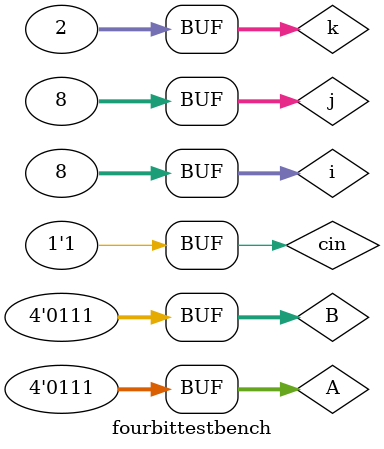
<source format=v>
`timescale 1ns/1ns
module fourbittestbench();
   reg [3:0]A; reg [3:0]B; reg cin;
	wire c; wire [3:0] s;
	integer k,i,j;
	four_bit_adder fba1(s,c,A,B,cin);
	
	initial begin
     $monitor("Printed by monitor command!, A=%d, B=%d, Cin=%d => S=%d, Cout=%d",A,B,cin,s,c);
	 for(k=0;k<2;k=k+1)
		begin
		  for(i=0;i<8;i=i+1)
		    begin
			   for(j=0;j<8;j=j+1)
			     begin
				     cin=k;
				     A=i;
				     B=j;	
					  #5;  
				  end
			 end	
		end
		end
		
		
		
	
	
		
		
endmodule
</source>
